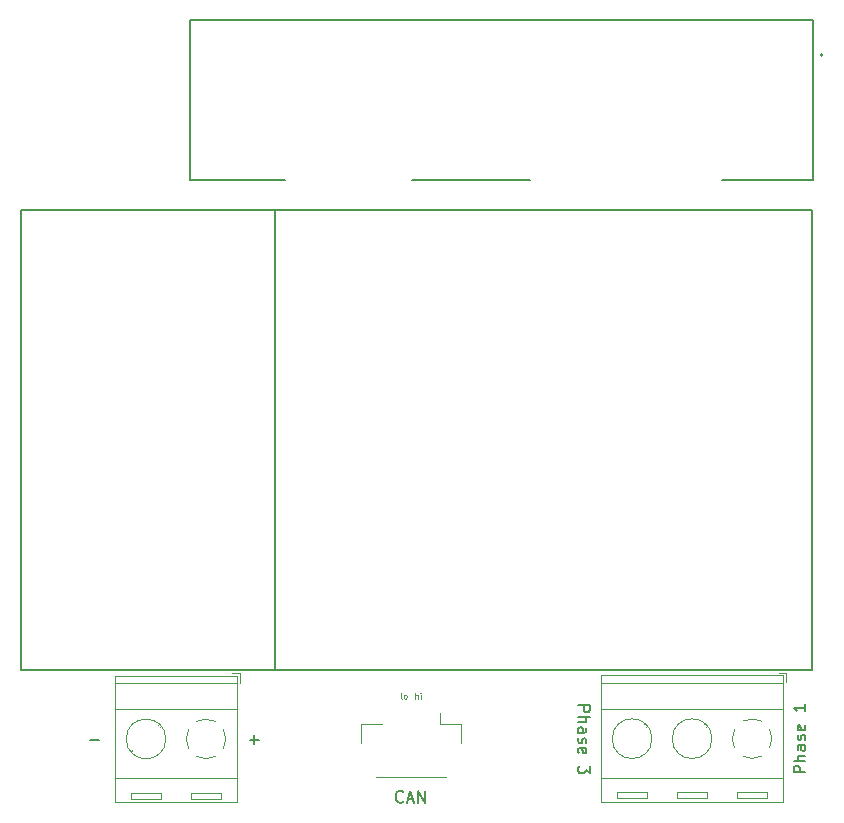
<source format=gbr>
%TF.GenerationSoftware,KiCad,Pcbnew,(6.0.1-0)*%
%TF.CreationDate,2023-01-20T10:08:16-08:00*%
%TF.ProjectId,ESC Daughterboard,45534320-4461-4756-9768-746572626f61,rev?*%
%TF.SameCoordinates,Original*%
%TF.FileFunction,Legend,Top*%
%TF.FilePolarity,Positive*%
%FSLAX46Y46*%
G04 Gerber Fmt 4.6, Leading zero omitted, Abs format (unit mm)*
G04 Created by KiCad (PCBNEW (6.0.1-0)) date 2023-01-20 10:08:16*
%MOMM*%
%LPD*%
G01*
G04 APERTURE LIST*
%ADD10C,0.150000*%
%ADD11C,0.100000*%
%ADD12C,0.120000*%
%ADD13C,0.200000*%
G04 APERTURE END LIST*
D10*
X172500000Y-75000000D02*
X132000000Y-75000000D01*
X105500000Y-75000000D02*
X105500000Y-114000000D01*
X172500000Y-75000000D02*
X127000000Y-75000000D01*
X105500000Y-114000000D02*
X172500000Y-114000000D01*
X127000000Y-75000000D02*
X127000000Y-114000000D01*
X172500000Y-75000000D02*
X105500000Y-75000000D01*
X172500000Y-114000000D02*
X172500000Y-75000000D01*
D11*
X138893809Y-116416190D02*
X138893809Y-115916190D01*
X139108095Y-116416190D02*
X139108095Y-116154285D01*
X139084285Y-116106666D01*
X139036666Y-116082857D01*
X138965238Y-116082857D01*
X138917619Y-116106666D01*
X138893809Y-116130476D01*
X139346190Y-116416190D02*
X139346190Y-116082857D01*
X139346190Y-115916190D02*
X139322380Y-115940000D01*
X139346190Y-115963809D01*
X139370000Y-115940000D01*
X139346190Y-115916190D01*
X139346190Y-115963809D01*
D10*
X124859047Y-119901428D02*
X125620952Y-119901428D01*
X125240000Y-120282380D02*
X125240000Y-119520476D01*
X152677619Y-116982857D02*
X153677619Y-116982857D01*
X153677619Y-117363809D01*
X153630000Y-117459047D01*
X153582380Y-117506666D01*
X153487142Y-117554285D01*
X153344285Y-117554285D01*
X153249047Y-117506666D01*
X153201428Y-117459047D01*
X153153809Y-117363809D01*
X153153809Y-116982857D01*
X152677619Y-117982857D02*
X153677619Y-117982857D01*
X152677619Y-118411428D02*
X153201428Y-118411428D01*
X153296666Y-118363809D01*
X153344285Y-118268571D01*
X153344285Y-118125714D01*
X153296666Y-118030476D01*
X153249047Y-117982857D01*
X152677619Y-119316190D02*
X153201428Y-119316190D01*
X153296666Y-119268571D01*
X153344285Y-119173333D01*
X153344285Y-118982857D01*
X153296666Y-118887619D01*
X152725238Y-119316190D02*
X152677619Y-119220952D01*
X152677619Y-118982857D01*
X152725238Y-118887619D01*
X152820476Y-118840000D01*
X152915714Y-118840000D01*
X153010952Y-118887619D01*
X153058571Y-118982857D01*
X153058571Y-119220952D01*
X153106190Y-119316190D01*
X152725238Y-119744761D02*
X152677619Y-119840000D01*
X152677619Y-120030476D01*
X152725238Y-120125714D01*
X152820476Y-120173333D01*
X152868095Y-120173333D01*
X152963333Y-120125714D01*
X153010952Y-120030476D01*
X153010952Y-119887619D01*
X153058571Y-119792380D01*
X153153809Y-119744761D01*
X153201428Y-119744761D01*
X153296666Y-119792380D01*
X153344285Y-119887619D01*
X153344285Y-120030476D01*
X153296666Y-120125714D01*
X152725238Y-120982857D02*
X152677619Y-120887619D01*
X152677619Y-120697142D01*
X152725238Y-120601904D01*
X152820476Y-120554285D01*
X153201428Y-120554285D01*
X153296666Y-120601904D01*
X153344285Y-120697142D01*
X153344285Y-120887619D01*
X153296666Y-120982857D01*
X153201428Y-121030476D01*
X153106190Y-121030476D01*
X153010952Y-120554285D01*
X153677619Y-122125714D02*
X153677619Y-122744761D01*
X153296666Y-122411428D01*
X153296666Y-122554285D01*
X153249047Y-122649523D01*
X153201428Y-122697142D01*
X153106190Y-122744761D01*
X152868095Y-122744761D01*
X152772857Y-122697142D01*
X152725238Y-122649523D01*
X152677619Y-122554285D01*
X152677619Y-122268571D01*
X152725238Y-122173333D01*
X152772857Y-122125714D01*
X111379047Y-119901428D02*
X112140952Y-119901428D01*
D11*
X137733333Y-116406190D02*
X137685714Y-116382380D01*
X137661904Y-116334761D01*
X137661904Y-115906190D01*
X137995238Y-116406190D02*
X137947619Y-116382380D01*
X137923809Y-116358571D01*
X137900000Y-116310952D01*
X137900000Y-116168095D01*
X137923809Y-116120476D01*
X137947619Y-116096666D01*
X137995238Y-116072857D01*
X138066666Y-116072857D01*
X138114285Y-116096666D01*
X138138095Y-116120476D01*
X138161904Y-116168095D01*
X138161904Y-116310952D01*
X138138095Y-116358571D01*
X138114285Y-116382380D01*
X138066666Y-116406190D01*
X137995238Y-116406190D01*
D10*
%TO.C,Phase 1*%
X171912380Y-122657142D02*
X170912380Y-122657142D01*
X170912380Y-122276190D01*
X170960000Y-122180952D01*
X171007619Y-122133333D01*
X171102857Y-122085714D01*
X171245714Y-122085714D01*
X171340952Y-122133333D01*
X171388571Y-122180952D01*
X171436190Y-122276190D01*
X171436190Y-122657142D01*
X171912380Y-121657142D02*
X170912380Y-121657142D01*
X171912380Y-121228571D02*
X171388571Y-121228571D01*
X171293333Y-121276190D01*
X171245714Y-121371428D01*
X171245714Y-121514285D01*
X171293333Y-121609523D01*
X171340952Y-121657142D01*
X171912380Y-120323809D02*
X171388571Y-120323809D01*
X171293333Y-120371428D01*
X171245714Y-120466666D01*
X171245714Y-120657142D01*
X171293333Y-120752380D01*
X171864761Y-120323809D02*
X171912380Y-120419047D01*
X171912380Y-120657142D01*
X171864761Y-120752380D01*
X171769523Y-120800000D01*
X171674285Y-120800000D01*
X171579047Y-120752380D01*
X171531428Y-120657142D01*
X171531428Y-120419047D01*
X171483809Y-120323809D01*
X171864761Y-119895238D02*
X171912380Y-119800000D01*
X171912380Y-119609523D01*
X171864761Y-119514285D01*
X171769523Y-119466666D01*
X171721904Y-119466666D01*
X171626666Y-119514285D01*
X171579047Y-119609523D01*
X171579047Y-119752380D01*
X171531428Y-119847619D01*
X171436190Y-119895238D01*
X171388571Y-119895238D01*
X171293333Y-119847619D01*
X171245714Y-119752380D01*
X171245714Y-119609523D01*
X171293333Y-119514285D01*
X171864761Y-118657142D02*
X171912380Y-118752380D01*
X171912380Y-118942857D01*
X171864761Y-119038095D01*
X171769523Y-119085714D01*
X171388571Y-119085714D01*
X171293333Y-119038095D01*
X171245714Y-118942857D01*
X171245714Y-118752380D01*
X171293333Y-118657142D01*
X171388571Y-118609523D01*
X171483809Y-118609523D01*
X171579047Y-119085714D01*
X171912380Y-116895238D02*
X171912380Y-117466666D01*
X171912380Y-117180952D02*
X170912380Y-117180952D01*
X171055238Y-117276190D01*
X171150476Y-117371428D01*
X171198095Y-117466666D01*
%TO.C,CAN*%
X137857142Y-125107142D02*
X137809523Y-125154761D01*
X137666666Y-125202380D01*
X137571428Y-125202380D01*
X137428571Y-125154761D01*
X137333333Y-125059523D01*
X137285714Y-124964285D01*
X137238095Y-124773809D01*
X137238095Y-124630952D01*
X137285714Y-124440476D01*
X137333333Y-124345238D01*
X137428571Y-124250000D01*
X137571428Y-124202380D01*
X137666666Y-124202380D01*
X137809523Y-124250000D01*
X137857142Y-124297619D01*
X138238095Y-124916666D02*
X138714285Y-124916666D01*
X138142857Y-125202380D02*
X138476190Y-124202380D01*
X138809523Y-125202380D01*
X139142857Y-125202380D02*
X139142857Y-124202380D01*
X139714285Y-125202380D01*
X139714285Y-124202380D01*
D12*
%TO.C,Phase 1*%
X163570000Y-124850000D02*
X161070000Y-124850000D01*
X168650000Y-124850000D02*
X168650000Y-124350000D01*
X161070000Y-124850000D02*
X161070000Y-124350000D01*
X156170000Y-121075000D02*
X156229000Y-121016000D01*
X155990000Y-124850000D02*
X155990000Y-124350000D01*
X170000000Y-115100000D02*
X154640000Y-115100000D01*
X168650000Y-124350000D02*
X166150000Y-124350000D01*
X168650000Y-124850000D02*
X166150000Y-124850000D01*
X170240000Y-114200000D02*
X169640000Y-114200000D01*
X163570000Y-124850000D02*
X163570000Y-124350000D01*
X158490000Y-124850000D02*
X158490000Y-124350000D01*
X170000000Y-125160000D02*
X154640000Y-125160000D01*
X163570000Y-124350000D02*
X161070000Y-124350000D01*
X163330000Y-118584000D02*
X163389000Y-118526000D01*
X158490000Y-124350000D02*
X155990000Y-124350000D01*
X170000000Y-125160000D02*
X170000000Y-114440000D01*
X163500000Y-118824000D02*
X163594000Y-118731000D01*
X170240000Y-115040000D02*
X170240000Y-114200000D01*
X170000000Y-123100000D02*
X154640000Y-123100000D01*
X154640000Y-125160000D02*
X154640000Y-114440000D01*
X161045000Y-120869000D02*
X161139000Y-120776000D01*
X166150000Y-124850000D02*
X166150000Y-124350000D01*
X158490000Y-124850000D02*
X155990000Y-124850000D01*
X161250000Y-121075000D02*
X161309000Y-121016000D01*
X158420000Y-118824000D02*
X158514000Y-118731000D01*
X170000000Y-117300000D02*
X154640000Y-117300000D01*
X170000000Y-114440000D02*
X154640000Y-114440000D01*
X155965000Y-120869000D02*
X156059000Y-120776000D01*
X158250000Y-118584000D02*
X158309000Y-118526000D01*
X168189000Y-118316000D02*
G75*
G03*
X167370617Y-118119550I-788998J-1483995D01*
G01*
X167400000Y-118120000D02*
G75*
G03*
X166611288Y-118316648I-2J-1679991D01*
G01*
X166611000Y-121284000D02*
G75*
G03*
X168189089Y-121283953I789000J1483995D01*
G01*
X168884000Y-120589000D02*
G75*
G03*
X168883953Y-119010911I-1483995J789000D01*
G01*
X165916000Y-119011000D02*
G75*
G03*
X165916047Y-120589089I1483995J-789000D01*
G01*
X164000000Y-119800000D02*
G75*
G03*
X164000000Y-119800000I-1680000J0D01*
G01*
X158920000Y-119800000D02*
G75*
G03*
X158920000Y-119800000I-1680000J0D01*
G01*
%TO.C,CAN*%
X140935000Y-118550000D02*
X140935000Y-117610000D01*
X134265000Y-120150000D02*
X134265000Y-118550000D01*
X142735000Y-120150000D02*
X142735000Y-118550000D01*
X134265000Y-118550000D02*
X136065000Y-118550000D01*
X142735000Y-118550000D02*
X140935000Y-118550000D01*
X141465000Y-123020000D02*
X135535000Y-123020000D01*
D13*
%TO.C,J5*%
X119820000Y-58992500D02*
X172530000Y-58992500D01*
X172530000Y-58992500D02*
X172530000Y-72492500D01*
X127885000Y-72492500D02*
X119820000Y-72492500D01*
X172530000Y-72492500D02*
X164825000Y-72492500D01*
X148595000Y-72492500D02*
X138615000Y-72492500D01*
X119820000Y-58992500D02*
X119820000Y-72492500D01*
X173380000Y-61902500D02*
G75*
G03*
X173380000Y-61902500I-100000J0D01*
G01*
D12*
%TO.C,J2*%
X119915000Y-124870000D02*
X119915000Y-124370000D01*
X117335000Y-124870000D02*
X114835000Y-124870000D01*
X123765000Y-114460000D02*
X113485000Y-114460000D01*
X122415000Y-124870000D02*
X122415000Y-124370000D01*
X117095000Y-118604000D02*
X117154000Y-118546000D01*
X117335000Y-124370000D02*
X114835000Y-124370000D01*
X122415000Y-124870000D02*
X119915000Y-124870000D01*
X114835000Y-124870000D02*
X114835000Y-124370000D01*
X115015000Y-121095000D02*
X115074000Y-121036000D01*
X124005000Y-115060000D02*
X124005000Y-114220000D01*
X123765000Y-125180000D02*
X123765000Y-114460000D01*
X114810000Y-120889000D02*
X114904000Y-120796000D01*
X117265000Y-118844000D02*
X117359000Y-118751000D01*
X123765000Y-117320000D02*
X113485000Y-117320000D01*
X123765000Y-125180000D02*
X113485000Y-125180000D01*
X124005000Y-114220000D02*
X123405000Y-114220000D01*
X113485000Y-125180000D02*
X113485000Y-114460000D01*
X117335000Y-124870000D02*
X117335000Y-124370000D01*
X123765000Y-115120000D02*
X113485000Y-115120000D01*
X123765000Y-123120000D02*
X113485000Y-123120000D01*
X122415000Y-124370000D02*
X119915000Y-124370000D01*
X121954000Y-118336000D02*
G75*
G03*
X121135617Y-118139550I-788998J-1483995D01*
G01*
X122649000Y-120609000D02*
G75*
G03*
X122648953Y-119030911I-1483995J789000D01*
G01*
X121165000Y-118140000D02*
G75*
G03*
X120376288Y-118336648I-2J-1679991D01*
G01*
X120376000Y-121304000D02*
G75*
G03*
X121954089Y-121303953I789000J1483995D01*
G01*
X119681000Y-119031000D02*
G75*
G03*
X119681047Y-120609089I1483995J-789000D01*
G01*
X117765000Y-119820000D02*
G75*
G03*
X117765000Y-119820000I-1680000J0D01*
G01*
%TD*%
M02*

</source>
